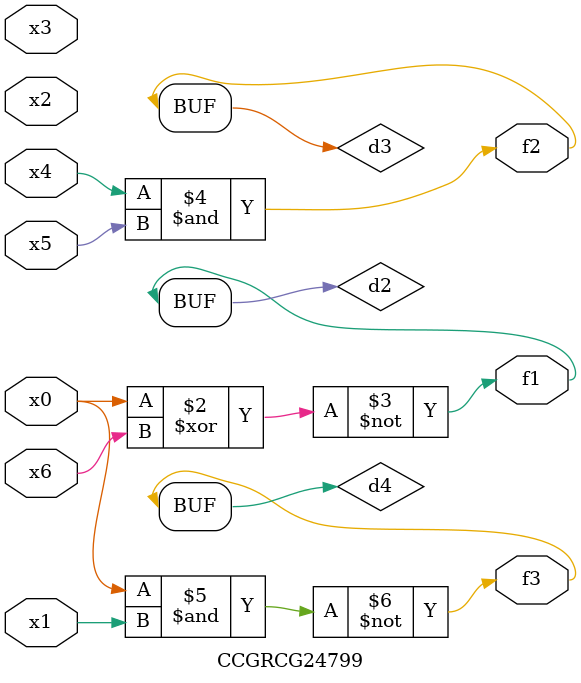
<source format=v>
module CCGRCG24799(
	input x0, x1, x2, x3, x4, x5, x6,
	output f1, f2, f3
);

	wire d1, d2, d3, d4;

	nor (d1, x0);
	xnor (d2, x0, x6);
	and (d3, x4, x5);
	nand (d4, x0, x1);
	assign f1 = d2;
	assign f2 = d3;
	assign f3 = d4;
endmodule

</source>
